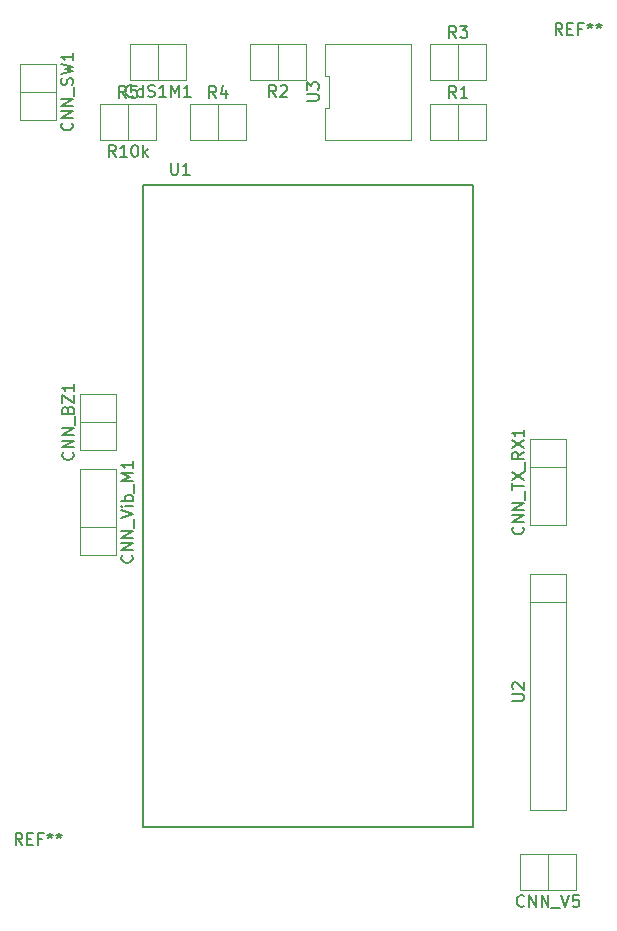
<source format=gbr>
%TF.GenerationSoftware,KiCad,Pcbnew,(6.0.5)*%
%TF.CreationDate,2022-06-25T17:15:00+09:00*%
%TF.ProjectId,test,74657374-2e6b-4696-9361-645f70636258,0*%
%TF.SameCoordinates,Original*%
%TF.FileFunction,Legend,Top*%
%TF.FilePolarity,Positive*%
%FSLAX46Y46*%
G04 Gerber Fmt 4.6, Leading zero omitted, Abs format (unit mm)*
G04 Created by KiCad (PCBNEW (6.0.5)) date 2022-06-25 17:15:00*
%MOMM*%
%LPD*%
G01*
G04 APERTURE LIST*
%ADD10C,0.150000*%
%ADD11C,0.120000*%
%ADD12C,0.127000*%
G04 APERTURE END LIST*
D10*
%TO.C,REF\u002A\u002A*%
X39306666Y-152642380D02*
X38973333Y-152166190D01*
X38735238Y-152642380D02*
X38735238Y-151642380D01*
X39116190Y-151642380D01*
X39211428Y-151690000D01*
X39259047Y-151737619D01*
X39306666Y-151832857D01*
X39306666Y-151975714D01*
X39259047Y-152070952D01*
X39211428Y-152118571D01*
X39116190Y-152166190D01*
X38735238Y-152166190D01*
X39735238Y-152118571D02*
X40068571Y-152118571D01*
X40211428Y-152642380D02*
X39735238Y-152642380D01*
X39735238Y-151642380D01*
X40211428Y-151642380D01*
X40973333Y-152118571D02*
X40640000Y-152118571D01*
X40640000Y-152642380D02*
X40640000Y-151642380D01*
X41116190Y-151642380D01*
X41640000Y-151642380D02*
X41640000Y-151880476D01*
X41401904Y-151785238D02*
X41640000Y-151880476D01*
X41878095Y-151785238D01*
X41497142Y-152070952D02*
X41640000Y-151880476D01*
X41782857Y-152070952D01*
X42401904Y-151642380D02*
X42401904Y-151880476D01*
X42163809Y-151785238D02*
X42401904Y-151880476D01*
X42640000Y-151785238D01*
X42259047Y-152070952D02*
X42401904Y-151880476D01*
X42544761Y-152070952D01*
X85026666Y-84062380D02*
X84693333Y-83586190D01*
X84455238Y-84062380D02*
X84455238Y-83062380D01*
X84836190Y-83062380D01*
X84931428Y-83110000D01*
X84979047Y-83157619D01*
X85026666Y-83252857D01*
X85026666Y-83395714D01*
X84979047Y-83490952D01*
X84931428Y-83538571D01*
X84836190Y-83586190D01*
X84455238Y-83586190D01*
X85455238Y-83538571D02*
X85788571Y-83538571D01*
X85931428Y-84062380D02*
X85455238Y-84062380D01*
X85455238Y-83062380D01*
X85931428Y-83062380D01*
X86693333Y-83538571D02*
X86360000Y-83538571D01*
X86360000Y-84062380D02*
X86360000Y-83062380D01*
X86836190Y-83062380D01*
X87360000Y-83062380D02*
X87360000Y-83300476D01*
X87121904Y-83205238D02*
X87360000Y-83300476D01*
X87598095Y-83205238D01*
X87217142Y-83490952D02*
X87360000Y-83300476D01*
X87502857Y-83490952D01*
X88121904Y-83062380D02*
X88121904Y-83300476D01*
X87883809Y-83205238D02*
X88121904Y-83300476D01*
X88360000Y-83205238D01*
X87979047Y-83490952D02*
X88121904Y-83300476D01*
X88264761Y-83490952D01*
%TO.C,CNN_Vib_M1*%
X48577142Y-128126666D02*
X48624761Y-128174285D01*
X48672380Y-128317142D01*
X48672380Y-128412380D01*
X48624761Y-128555238D01*
X48529523Y-128650476D01*
X48434285Y-128698095D01*
X48243809Y-128745714D01*
X48100952Y-128745714D01*
X47910476Y-128698095D01*
X47815238Y-128650476D01*
X47720000Y-128555238D01*
X47672380Y-128412380D01*
X47672380Y-128317142D01*
X47720000Y-128174285D01*
X47767619Y-128126666D01*
X48672380Y-127698095D02*
X47672380Y-127698095D01*
X48672380Y-127126666D01*
X47672380Y-127126666D01*
X48672380Y-126650476D02*
X47672380Y-126650476D01*
X48672380Y-126079047D01*
X47672380Y-126079047D01*
X48767619Y-125840952D02*
X48767619Y-125079047D01*
X47672380Y-124983809D02*
X48672380Y-124650476D01*
X47672380Y-124317142D01*
X48672380Y-123983809D02*
X48005714Y-123983809D01*
X47672380Y-123983809D02*
X47720000Y-124031428D01*
X47767619Y-123983809D01*
X47720000Y-123936190D01*
X47672380Y-123983809D01*
X47767619Y-123983809D01*
X48672380Y-123507619D02*
X47672380Y-123507619D01*
X48053333Y-123507619D02*
X48005714Y-123412380D01*
X48005714Y-123221904D01*
X48053333Y-123126666D01*
X48100952Y-123079047D01*
X48196190Y-123031428D01*
X48481904Y-123031428D01*
X48577142Y-123079047D01*
X48624761Y-123126666D01*
X48672380Y-123221904D01*
X48672380Y-123412380D01*
X48624761Y-123507619D01*
X48767619Y-122840952D02*
X48767619Y-122079047D01*
X48672380Y-121840952D02*
X47672380Y-121840952D01*
X48386666Y-121507619D01*
X47672380Y-121174285D01*
X48672380Y-121174285D01*
X48672380Y-120174285D02*
X48672380Y-120745714D01*
X48672380Y-120460000D02*
X47672380Y-120460000D01*
X47815238Y-120555238D01*
X47910476Y-120650476D01*
X47958095Y-120745714D01*
%TO.C,CNN_V5*%
X81796190Y-157797142D02*
X81748571Y-157844761D01*
X81605714Y-157892380D01*
X81510476Y-157892380D01*
X81367619Y-157844761D01*
X81272380Y-157749523D01*
X81224761Y-157654285D01*
X81177142Y-157463809D01*
X81177142Y-157320952D01*
X81224761Y-157130476D01*
X81272380Y-157035238D01*
X81367619Y-156940000D01*
X81510476Y-156892380D01*
X81605714Y-156892380D01*
X81748571Y-156940000D01*
X81796190Y-156987619D01*
X82224761Y-157892380D02*
X82224761Y-156892380D01*
X82796190Y-157892380D01*
X82796190Y-156892380D01*
X83272380Y-157892380D02*
X83272380Y-156892380D01*
X83843809Y-157892380D01*
X83843809Y-156892380D01*
X84081904Y-157987619D02*
X84843809Y-157987619D01*
X84939047Y-156892380D02*
X85272380Y-157892380D01*
X85605714Y-156892380D01*
X86415238Y-156892380D02*
X85939047Y-156892380D01*
X85891428Y-157368571D01*
X85939047Y-157320952D01*
X86034285Y-157273333D01*
X86272380Y-157273333D01*
X86367619Y-157320952D01*
X86415238Y-157368571D01*
X86462857Y-157463809D01*
X86462857Y-157701904D01*
X86415238Y-157797142D01*
X86367619Y-157844761D01*
X86272380Y-157892380D01*
X86034285Y-157892380D01*
X85939047Y-157844761D01*
X85891428Y-157797142D01*
%TO.C,U3*%
X63392380Y-89661904D02*
X64201904Y-89661904D01*
X64297142Y-89614285D01*
X64344761Y-89566666D01*
X64392380Y-89471428D01*
X64392380Y-89280952D01*
X64344761Y-89185714D01*
X64297142Y-89138095D01*
X64201904Y-89090476D01*
X63392380Y-89090476D01*
X63392380Y-88709523D02*
X63392380Y-88090476D01*
X63773333Y-88423809D01*
X63773333Y-88280952D01*
X63820952Y-88185714D01*
X63868571Y-88138095D01*
X63963809Y-88090476D01*
X64201904Y-88090476D01*
X64297142Y-88138095D01*
X64344761Y-88185714D01*
X64392380Y-88280952D01*
X64392380Y-88566666D01*
X64344761Y-88661904D01*
X64297142Y-88709523D01*
%TO.C,U2*%
X80772380Y-140461904D02*
X81581904Y-140461904D01*
X81677142Y-140414285D01*
X81724761Y-140366666D01*
X81772380Y-140271428D01*
X81772380Y-140080952D01*
X81724761Y-139985714D01*
X81677142Y-139938095D01*
X81581904Y-139890476D01*
X80772380Y-139890476D01*
X80867619Y-139461904D02*
X80820000Y-139414285D01*
X80772380Y-139319047D01*
X80772380Y-139080952D01*
X80820000Y-138985714D01*
X80867619Y-138938095D01*
X80962857Y-138890476D01*
X81058095Y-138890476D01*
X81200952Y-138938095D01*
X81772380Y-139509523D01*
X81772380Y-138890476D01*
%TO.C,U1*%
X51908626Y-94906124D02*
X51908626Y-95715960D01*
X51956263Y-95811235D01*
X52003901Y-95858873D01*
X52099175Y-95906510D01*
X52289725Y-95906510D01*
X52385000Y-95858873D01*
X52432637Y-95811235D01*
X52480275Y-95715960D01*
X52480275Y-94906124D01*
X53480661Y-95906510D02*
X52909012Y-95906510D01*
X53194836Y-95906510D02*
X53194836Y-94906124D01*
X53099561Y-95049036D01*
X53004287Y-95144311D01*
X52909012Y-95191949D01*
%TO.C,R5*%
X48093333Y-89392380D02*
X47760000Y-88916190D01*
X47521904Y-89392380D02*
X47521904Y-88392380D01*
X47902857Y-88392380D01*
X47998095Y-88440000D01*
X48045714Y-88487619D01*
X48093333Y-88582857D01*
X48093333Y-88725714D01*
X48045714Y-88820952D01*
X47998095Y-88868571D01*
X47902857Y-88916190D01*
X47521904Y-88916190D01*
X48998095Y-88392380D02*
X48521904Y-88392380D01*
X48474285Y-88868571D01*
X48521904Y-88820952D01*
X48617142Y-88773333D01*
X48855238Y-88773333D01*
X48950476Y-88820952D01*
X48998095Y-88868571D01*
X49045714Y-88963809D01*
X49045714Y-89201904D01*
X48998095Y-89297142D01*
X48950476Y-89344761D01*
X48855238Y-89392380D01*
X48617142Y-89392380D01*
X48521904Y-89344761D01*
X48474285Y-89297142D01*
X47212380Y-94392380D02*
X46879047Y-93916190D01*
X46640952Y-94392380D02*
X46640952Y-93392380D01*
X47021904Y-93392380D01*
X47117142Y-93440000D01*
X47164761Y-93487619D01*
X47212380Y-93582857D01*
X47212380Y-93725714D01*
X47164761Y-93820952D01*
X47117142Y-93868571D01*
X47021904Y-93916190D01*
X46640952Y-93916190D01*
X48164761Y-94392380D02*
X47593333Y-94392380D01*
X47879047Y-94392380D02*
X47879047Y-93392380D01*
X47783809Y-93535238D01*
X47688571Y-93630476D01*
X47593333Y-93678095D01*
X48783809Y-93392380D02*
X48879047Y-93392380D01*
X48974285Y-93440000D01*
X49021904Y-93487619D01*
X49069523Y-93582857D01*
X49117142Y-93773333D01*
X49117142Y-94011428D01*
X49069523Y-94201904D01*
X49021904Y-94297142D01*
X48974285Y-94344761D01*
X48879047Y-94392380D01*
X48783809Y-94392380D01*
X48688571Y-94344761D01*
X48640952Y-94297142D01*
X48593333Y-94201904D01*
X48545714Y-94011428D01*
X48545714Y-93773333D01*
X48593333Y-93582857D01*
X48640952Y-93487619D01*
X48688571Y-93440000D01*
X48783809Y-93392380D01*
X49545714Y-94392380D02*
X49545714Y-93392380D01*
X49640952Y-94011428D02*
X49926666Y-94392380D01*
X49926666Y-93725714D02*
X49545714Y-94106666D01*
%TO.C,R4*%
X55713333Y-89392380D02*
X55380000Y-88916190D01*
X55141904Y-89392380D02*
X55141904Y-88392380D01*
X55522857Y-88392380D01*
X55618095Y-88440000D01*
X55665714Y-88487619D01*
X55713333Y-88582857D01*
X55713333Y-88725714D01*
X55665714Y-88820952D01*
X55618095Y-88868571D01*
X55522857Y-88916190D01*
X55141904Y-88916190D01*
X56570476Y-88725714D02*
X56570476Y-89392380D01*
X56332380Y-88344761D02*
X56094285Y-89059047D01*
X56713333Y-89059047D01*
%TO.C,R3*%
X76033333Y-84312380D02*
X75700000Y-83836190D01*
X75461904Y-84312380D02*
X75461904Y-83312380D01*
X75842857Y-83312380D01*
X75938095Y-83360000D01*
X75985714Y-83407619D01*
X76033333Y-83502857D01*
X76033333Y-83645714D01*
X75985714Y-83740952D01*
X75938095Y-83788571D01*
X75842857Y-83836190D01*
X75461904Y-83836190D01*
X76366666Y-83312380D02*
X76985714Y-83312380D01*
X76652380Y-83693333D01*
X76795238Y-83693333D01*
X76890476Y-83740952D01*
X76938095Y-83788571D01*
X76985714Y-83883809D01*
X76985714Y-84121904D01*
X76938095Y-84217142D01*
X76890476Y-84264761D01*
X76795238Y-84312380D01*
X76509523Y-84312380D01*
X76414285Y-84264761D01*
X76366666Y-84217142D01*
%TO.C,R2*%
X60793333Y-89312380D02*
X60460000Y-88836190D01*
X60221904Y-89312380D02*
X60221904Y-88312380D01*
X60602857Y-88312380D01*
X60698095Y-88360000D01*
X60745714Y-88407619D01*
X60793333Y-88502857D01*
X60793333Y-88645714D01*
X60745714Y-88740952D01*
X60698095Y-88788571D01*
X60602857Y-88836190D01*
X60221904Y-88836190D01*
X61174285Y-88407619D02*
X61221904Y-88360000D01*
X61317142Y-88312380D01*
X61555238Y-88312380D01*
X61650476Y-88360000D01*
X61698095Y-88407619D01*
X61745714Y-88502857D01*
X61745714Y-88598095D01*
X61698095Y-88740952D01*
X61126666Y-89312380D01*
X61745714Y-89312380D01*
%TO.C,R1*%
X76033333Y-89392380D02*
X75700000Y-88916190D01*
X75461904Y-89392380D02*
X75461904Y-88392380D01*
X75842857Y-88392380D01*
X75938095Y-88440000D01*
X75985714Y-88487619D01*
X76033333Y-88582857D01*
X76033333Y-88725714D01*
X75985714Y-88820952D01*
X75938095Y-88868571D01*
X75842857Y-88916190D01*
X75461904Y-88916190D01*
X76985714Y-89392380D02*
X76414285Y-89392380D01*
X76700000Y-89392380D02*
X76700000Y-88392380D01*
X76604761Y-88535238D01*
X76509523Y-88630476D01*
X76414285Y-88678095D01*
%TO.C,CNN_TX_RX1*%
X81677142Y-125729523D02*
X81724761Y-125777142D01*
X81772380Y-125920000D01*
X81772380Y-126015238D01*
X81724761Y-126158095D01*
X81629523Y-126253333D01*
X81534285Y-126300952D01*
X81343809Y-126348571D01*
X81200952Y-126348571D01*
X81010476Y-126300952D01*
X80915238Y-126253333D01*
X80820000Y-126158095D01*
X80772380Y-126015238D01*
X80772380Y-125920000D01*
X80820000Y-125777142D01*
X80867619Y-125729523D01*
X81772380Y-125300952D02*
X80772380Y-125300952D01*
X81772380Y-124729523D01*
X80772380Y-124729523D01*
X81772380Y-124253333D02*
X80772380Y-124253333D01*
X81772380Y-123681904D01*
X80772380Y-123681904D01*
X81867619Y-123443809D02*
X81867619Y-122681904D01*
X80772380Y-122586666D02*
X80772380Y-122015238D01*
X81772380Y-122300952D02*
X80772380Y-122300952D01*
X80772380Y-121777142D02*
X81772380Y-121110476D01*
X80772380Y-121110476D02*
X81772380Y-121777142D01*
X81867619Y-120967619D02*
X81867619Y-120205714D01*
X81772380Y-119396190D02*
X81296190Y-119729523D01*
X81772380Y-119967619D02*
X80772380Y-119967619D01*
X80772380Y-119586666D01*
X80820000Y-119491428D01*
X80867619Y-119443809D01*
X80962857Y-119396190D01*
X81105714Y-119396190D01*
X81200952Y-119443809D01*
X81248571Y-119491428D01*
X81296190Y-119586666D01*
X81296190Y-119967619D01*
X80772380Y-119062857D02*
X81772380Y-118396190D01*
X80772380Y-118396190D02*
X81772380Y-119062857D01*
X81772380Y-117491428D02*
X81772380Y-118062857D01*
X81772380Y-117777142D02*
X80772380Y-117777142D01*
X80915238Y-117872380D01*
X81010476Y-117967619D01*
X81058095Y-118062857D01*
%TO.C,CNN_SW1*%
X43497142Y-91542857D02*
X43544761Y-91590476D01*
X43592380Y-91733333D01*
X43592380Y-91828571D01*
X43544761Y-91971428D01*
X43449523Y-92066666D01*
X43354285Y-92114285D01*
X43163809Y-92161904D01*
X43020952Y-92161904D01*
X42830476Y-92114285D01*
X42735238Y-92066666D01*
X42640000Y-91971428D01*
X42592380Y-91828571D01*
X42592380Y-91733333D01*
X42640000Y-91590476D01*
X42687619Y-91542857D01*
X43592380Y-91114285D02*
X42592380Y-91114285D01*
X43592380Y-90542857D01*
X42592380Y-90542857D01*
X43592380Y-90066666D02*
X42592380Y-90066666D01*
X43592380Y-89495238D01*
X42592380Y-89495238D01*
X43687619Y-89257142D02*
X43687619Y-88495238D01*
X43544761Y-88304761D02*
X43592380Y-88161904D01*
X43592380Y-87923809D01*
X43544761Y-87828571D01*
X43497142Y-87780952D01*
X43401904Y-87733333D01*
X43306666Y-87733333D01*
X43211428Y-87780952D01*
X43163809Y-87828571D01*
X43116190Y-87923809D01*
X43068571Y-88114285D01*
X43020952Y-88209523D01*
X42973333Y-88257142D01*
X42878095Y-88304761D01*
X42782857Y-88304761D01*
X42687619Y-88257142D01*
X42640000Y-88209523D01*
X42592380Y-88114285D01*
X42592380Y-87876190D01*
X42640000Y-87733333D01*
X42592380Y-87400000D02*
X43592380Y-87161904D01*
X42878095Y-86971428D01*
X43592380Y-86780952D01*
X42592380Y-86542857D01*
X43592380Y-85638095D02*
X43592380Y-86209523D01*
X43592380Y-85923809D02*
X42592380Y-85923809D01*
X42735238Y-86019047D01*
X42830476Y-86114285D01*
X42878095Y-86209523D01*
%TO.C,CNN_BZ1*%
X43577142Y-119411428D02*
X43624761Y-119459047D01*
X43672380Y-119601904D01*
X43672380Y-119697142D01*
X43624761Y-119840000D01*
X43529523Y-119935238D01*
X43434285Y-119982857D01*
X43243809Y-120030476D01*
X43100952Y-120030476D01*
X42910476Y-119982857D01*
X42815238Y-119935238D01*
X42720000Y-119840000D01*
X42672380Y-119697142D01*
X42672380Y-119601904D01*
X42720000Y-119459047D01*
X42767619Y-119411428D01*
X43672380Y-118982857D02*
X42672380Y-118982857D01*
X43672380Y-118411428D01*
X42672380Y-118411428D01*
X43672380Y-117935238D02*
X42672380Y-117935238D01*
X43672380Y-117363809D01*
X42672380Y-117363809D01*
X43767619Y-117125714D02*
X43767619Y-116363809D01*
X43148571Y-115792380D02*
X43196190Y-115649523D01*
X43243809Y-115601904D01*
X43339047Y-115554285D01*
X43481904Y-115554285D01*
X43577142Y-115601904D01*
X43624761Y-115649523D01*
X43672380Y-115744761D01*
X43672380Y-116125714D01*
X42672380Y-116125714D01*
X42672380Y-115792380D01*
X42720000Y-115697142D01*
X42767619Y-115649523D01*
X42862857Y-115601904D01*
X42958095Y-115601904D01*
X43053333Y-115649523D01*
X43100952Y-115697142D01*
X43148571Y-115792380D01*
X43148571Y-116125714D01*
X42672380Y-115220952D02*
X42672380Y-114554285D01*
X43672380Y-115220952D01*
X43672380Y-114554285D01*
X43672380Y-113649523D02*
X43672380Y-114220952D01*
X43672380Y-113935238D02*
X42672380Y-113935238D01*
X42815238Y-114030476D01*
X42910476Y-114125714D01*
X42958095Y-114220952D01*
%TO.C,CdS1M1*%
X48657142Y-89217142D02*
X48609523Y-89264761D01*
X48466666Y-89312380D01*
X48371428Y-89312380D01*
X48228571Y-89264761D01*
X48133333Y-89169523D01*
X48085714Y-89074285D01*
X48038095Y-88883809D01*
X48038095Y-88740952D01*
X48085714Y-88550476D01*
X48133333Y-88455238D01*
X48228571Y-88360000D01*
X48371428Y-88312380D01*
X48466666Y-88312380D01*
X48609523Y-88360000D01*
X48657142Y-88407619D01*
X49514285Y-89312380D02*
X49514285Y-88312380D01*
X49514285Y-89264761D02*
X49419047Y-89312380D01*
X49228571Y-89312380D01*
X49133333Y-89264761D01*
X49085714Y-89217142D01*
X49038095Y-89121904D01*
X49038095Y-88836190D01*
X49085714Y-88740952D01*
X49133333Y-88693333D01*
X49228571Y-88645714D01*
X49419047Y-88645714D01*
X49514285Y-88693333D01*
X49942857Y-89264761D02*
X50085714Y-89312380D01*
X50323809Y-89312380D01*
X50419047Y-89264761D01*
X50466666Y-89217142D01*
X50514285Y-89121904D01*
X50514285Y-89026666D01*
X50466666Y-88931428D01*
X50419047Y-88883809D01*
X50323809Y-88836190D01*
X50133333Y-88788571D01*
X50038095Y-88740952D01*
X49990476Y-88693333D01*
X49942857Y-88598095D01*
X49942857Y-88502857D01*
X49990476Y-88407619D01*
X50038095Y-88360000D01*
X50133333Y-88312380D01*
X50371428Y-88312380D01*
X50514285Y-88360000D01*
X51466666Y-89312380D02*
X50895238Y-89312380D01*
X51180952Y-89312380D02*
X51180952Y-88312380D01*
X51085714Y-88455238D01*
X50990476Y-88550476D01*
X50895238Y-88598095D01*
X51895238Y-89312380D02*
X51895238Y-88312380D01*
X52228571Y-89026666D01*
X52561904Y-88312380D01*
X52561904Y-89312380D01*
X53561904Y-89312380D02*
X52990476Y-89312380D01*
X53276190Y-89312380D02*
X53276190Y-88312380D01*
X53180952Y-88455238D01*
X53085714Y-88550476D01*
X52990476Y-88598095D01*
D11*
%TO.C,CNN_Vib_M1*%
X44220000Y-120820000D02*
X47220000Y-120820000D01*
X47220000Y-128100000D02*
X44220000Y-128100000D01*
X44220000Y-125730000D02*
X47220000Y-125730000D01*
X44220000Y-128100000D02*
X44220000Y-120820000D01*
X47220000Y-120820000D02*
X47220000Y-128100000D01*
%TO.C,CNN_V5*%
X83820000Y-153440000D02*
X83820000Y-156440000D01*
X86190000Y-153440000D02*
X86190000Y-156440000D01*
X86190000Y-156440000D02*
X81450000Y-156440000D01*
X81450000Y-156440000D02*
X81450000Y-153440000D01*
X81450000Y-153440000D02*
X86190000Y-153440000D01*
%TO.C,U3*%
X64940000Y-87553334D02*
X65300000Y-87553334D01*
X64940000Y-90246666D02*
X64940000Y-92940000D01*
X72219999Y-92940000D02*
X72220000Y-84860000D01*
X65300000Y-90246666D02*
X64940000Y-90246666D01*
X72220000Y-84860000D02*
X64940001Y-84860000D01*
X64940000Y-92940000D02*
X72219999Y-92940000D01*
X65300000Y-87553334D02*
X65300000Y-90246666D01*
X64940001Y-84860000D02*
X64940000Y-87553334D01*
%TO.C,U2*%
X85320000Y-149690000D02*
X82320000Y-149690000D01*
X85320000Y-132080000D02*
X82320000Y-132080000D01*
X82320000Y-129710000D02*
X85320000Y-129710000D01*
X82320000Y-149690000D02*
X82320000Y-129710000D01*
X85320000Y-129710000D02*
X85320000Y-149690000D01*
D12*
%TO.C,U1*%
X49550000Y-151150000D02*
X49550000Y-96750000D01*
X49550000Y-96750000D02*
X77450000Y-96750000D01*
X77450000Y-96750000D02*
X77450000Y-151150000D01*
X77450000Y-151150000D02*
X49550000Y-151150000D01*
D11*
%TO.C,R5*%
X48260000Y-92940000D02*
X48260000Y-89940000D01*
X45890000Y-92940000D02*
X45890000Y-89940000D01*
X45890000Y-89940000D02*
X50630000Y-89940000D01*
X50630000Y-89940000D02*
X50630000Y-92940000D01*
X50630000Y-92940000D02*
X45890000Y-92940000D01*
%TO.C,R4*%
X55880000Y-92940000D02*
X55880000Y-89940000D01*
X53510000Y-92940000D02*
X53510000Y-89940000D01*
X53510000Y-89940000D02*
X58250000Y-89940000D01*
X58250000Y-89940000D02*
X58250000Y-92940000D01*
X58250000Y-92940000D02*
X53510000Y-92940000D01*
%TO.C,R3*%
X76200000Y-87860000D02*
X76200000Y-84860000D01*
X73830000Y-87860000D02*
X73830000Y-84860000D01*
X73830000Y-84860000D02*
X78570000Y-84860000D01*
X78570000Y-84860000D02*
X78570000Y-87860000D01*
X78570000Y-87860000D02*
X73830000Y-87860000D01*
%TO.C,R2*%
X60960000Y-84860000D02*
X60960000Y-87860000D01*
X63330000Y-84860000D02*
X63330000Y-87860000D01*
X63330000Y-87860000D02*
X58590000Y-87860000D01*
X58590000Y-87860000D02*
X58590000Y-84860000D01*
X58590000Y-84860000D02*
X63330000Y-84860000D01*
%TO.C,R1*%
X76200000Y-92940000D02*
X76200000Y-89940000D01*
X73830000Y-92940000D02*
X73830000Y-89940000D01*
X73830000Y-89940000D02*
X78570000Y-89940000D01*
X78570000Y-89940000D02*
X78570000Y-92940000D01*
X78570000Y-92940000D02*
X73830000Y-92940000D01*
%TO.C,CNN_TX_RX1*%
X85320000Y-125560000D02*
X82320000Y-125560000D01*
X82320000Y-118280000D02*
X85320000Y-118280000D01*
X85320000Y-120650000D02*
X82320000Y-120650000D01*
X85320000Y-118280000D02*
X85320000Y-125560000D01*
X82320000Y-125560000D02*
X82320000Y-118280000D01*
%TO.C,CNN_SW1*%
X39140000Y-88900000D02*
X42140000Y-88900000D01*
X39140000Y-86530000D02*
X42140000Y-86530000D01*
X42140000Y-86530000D02*
X42140000Y-91270000D01*
X42140000Y-91270000D02*
X39140000Y-91270000D01*
X39140000Y-91270000D02*
X39140000Y-86530000D01*
%TO.C,CNN_BZ1*%
X47220000Y-116840000D02*
X44220000Y-116840000D01*
X47220000Y-119210000D02*
X44220000Y-119210000D01*
X44220000Y-119210000D02*
X44220000Y-114470000D01*
X44220000Y-114470000D02*
X47220000Y-114470000D01*
X47220000Y-114470000D02*
X47220000Y-119210000D01*
%TO.C,CdS1M1*%
X50800000Y-84860000D02*
X50800000Y-87860000D01*
X53170000Y-84860000D02*
X53170000Y-87860000D01*
X53170000Y-87860000D02*
X48430000Y-87860000D01*
X48430000Y-87860000D02*
X48430000Y-84860000D01*
X48430000Y-84860000D02*
X53170000Y-84860000D01*
%TD*%
M02*

</source>
